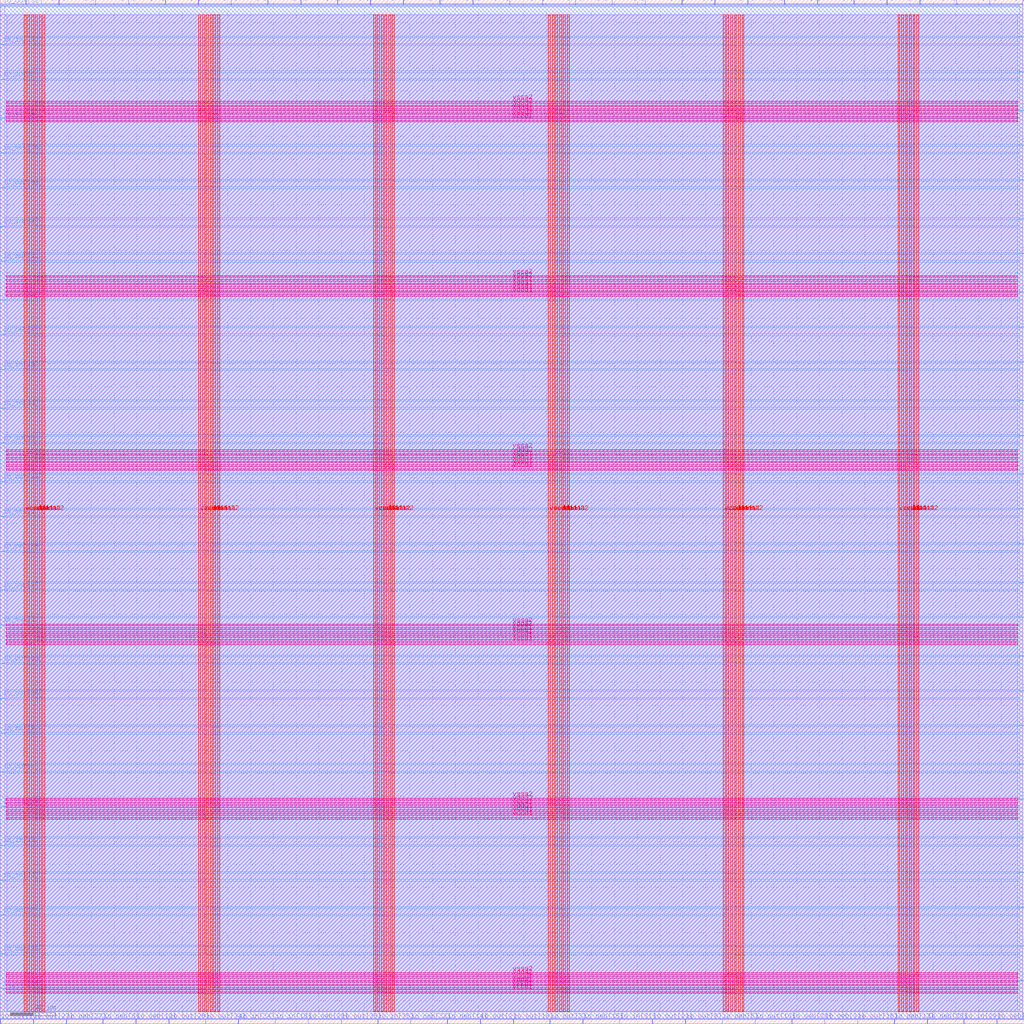
<source format=lef>
VERSION 5.7 ;
  NOWIREEXTENSIONATPIN ON ;
  DIVIDERCHAR "/" ;
  BUSBITCHARS "[]" ;
MACRO vajra_caravel_soc
  CLASS BLOCK ;
  FOREIGN vajra_caravel_soc ;
  ORIGIN 0.000 0.000 ;
  SIZE 900.000 BY 900.000 ;
  PIN io_in[0]
    DIRECTION INPUT ;
    USE SIGNAL ;
    PORT
      LAYER met3 ;
        RECT 896.000 867.040 900.000 867.640 ;
    END
  END io_in[0]
  PIN io_in[10]
    DIRECTION INPUT ;
    USE SIGNAL ;
    PORT
      LAYER met3 ;
        RECT 896.000 197.240 900.000 197.840 ;
    END
  END io_in[10]
  PIN io_in[11]
    DIRECTION INPUT ;
    USE SIGNAL ;
    PORT
      LAYER met2 ;
        RECT 112.790 896.000 113.070 900.000 ;
    END
  END io_in[11]
  PIN io_in[12]
    DIRECTION INPUT ;
    USE SIGNAL ;
    PORT
      LAYER met3 ;
        RECT 0.000 510.040 4.000 510.640 ;
    END
  END io_in[12]
  PIN io_in[13]
    DIRECTION INPUT ;
    USE SIGNAL ;
    PORT
      LAYER met2 ;
        RECT 808.310 896.000 808.590 900.000 ;
    END
  END io_in[13]
  PIN io_in[14]
    DIRECTION INPUT ;
    USE SIGNAL ;
    PORT
      LAYER met2 ;
        RECT 656.970 896.000 657.250 900.000 ;
    END
  END io_in[14]
  PIN io_in[15]
    DIRECTION INPUT ;
    USE SIGNAL ;
    PORT
      LAYER met3 ;
        RECT 0.000 574.640 4.000 575.240 ;
    END
  END io_in[15]
  PIN io_in[16]
    DIRECTION INPUT ;
    USE SIGNAL ;
    PORT
      LAYER met3 ;
        RECT 0.000 156.440 4.000 157.040 ;
    END
  END io_in[16]
  PIN io_in[17]
    DIRECTION INPUT ;
    USE SIGNAL ;
    PORT
      LAYER met2 ;
        RECT 325.310 896.000 325.590 900.000 ;
    END
  END io_in[17]
  PIN io_in[18]
    DIRECTION INPUT ;
    USE SIGNAL ;
    PORT
      LAYER met2 ;
        RECT 241.590 0.000 241.870 4.000 ;
    END
  END io_in[18]
  PIN io_in[19]
    DIRECTION INPUT ;
    USE SIGNAL ;
    PORT
      LAYER met3 ;
        RECT 0.000 125.840 4.000 126.440 ;
    END
  END io_in[19]
  PIN io_in[1]
    DIRECTION INPUT ;
    USE SIGNAL ;
    PORT
      LAYER met3 ;
        RECT 896.000 802.440 900.000 803.040 ;
    END
  END io_in[1]
  PIN io_in[20]
    DIRECTION INPUT ;
    USE SIGNAL ;
    PORT
      LAYER met3 ;
        RECT 896.000 3.440 900.000 4.040 ;
    END
  END io_in[20]
  PIN io_in[21]
    DIRECTION INPUT ;
    USE SIGNAL ;
    PORT
      LAYER met2 ;
        RECT 779.330 896.000 779.610 900.000 ;
    END
  END io_in[21]
  PIN io_in[22]
    DIRECTION INPUT ;
    USE SIGNAL ;
    PORT
      LAYER met3 ;
        RECT 0.000 635.840 4.000 636.440 ;
    END
  END io_in[22]
  PIN io_in[23]
    DIRECTION INPUT ;
    USE SIGNAL ;
    PORT
      LAYER met3 ;
        RECT 0.000 829.640 4.000 830.240 ;
    END
  END io_in[23]
  PIN io_in[24]
    DIRECTION INPUT ;
    USE SIGNAL ;
    PORT
      LAYER met3 ;
        RECT 896.000 387.640 900.000 388.240 ;
    END
  END io_in[24]
  PIN io_in[25]
    DIRECTION INPUT ;
    USE SIGNAL ;
    PORT
      LAYER met3 ;
        RECT 0.000 95.240 4.000 95.840 ;
    END
  END io_in[25]
  PIN io_in[26]
    DIRECTION INPUT ;
    USE SIGNAL ;
    PORT
      LAYER met3 ;
        RECT 0.000 860.240 4.000 860.840 ;
    END
  END io_in[26]
  PIN io_in[27]
    DIRECTION INPUT ;
    USE SIGNAL ;
    PORT
      LAYER met2 ;
        RECT 447.670 896.000 447.950 900.000 ;
    END
  END io_in[27]
  PIN io_in[28]
    DIRECTION INPUT ;
    USE SIGNAL ;
    PORT
      LAYER met3 ;
        RECT 896.000 836.440 900.000 837.040 ;
    END
  END io_in[28]
  PIN io_in[29]
    DIRECTION INPUT ;
    USE SIGNAL ;
    PORT
      LAYER met2 ;
        RECT 846.950 0.000 847.230 4.000 ;
    END
  END io_in[29]
  PIN io_in[2]
    DIRECTION INPUT ;
    USE SIGNAL ;
    PORT
      LAYER met3 ;
        RECT 896.000 261.840 900.000 262.440 ;
    END
  END io_in[2]
  PIN io_in[30]
    DIRECTION INPUT ;
    USE SIGNAL ;
    PORT
      LAYER met2 ;
        RECT 415.470 896.000 415.750 900.000 ;
    END
  END io_in[30]
  PIN io_in[31]
    DIRECTION INPUT ;
    USE SIGNAL ;
    PORT
      LAYER met2 ;
        RECT 544.270 0.000 544.550 4.000 ;
    END
  END io_in[31]
  PIN io_in[32]
    DIRECTION INPUT ;
    USE SIGNAL ;
    PORT
      LAYER met3 ;
        RECT 896.000 452.240 900.000 452.840 ;
    END
  END io_in[32]
  PIN io_in[33]
    DIRECTION INPUT ;
    USE SIGNAL ;
    PORT
      LAYER met3 ;
        RECT 0.000 540.640 4.000 541.240 ;
    END
  END io_in[33]
  PIN io_in[34]
    DIRECTION INPUT ;
    USE SIGNAL ;
    PORT
      LAYER met2 ;
        RECT 209.390 0.000 209.670 4.000 ;
    END
  END io_in[34]
  PIN io_in[35]
    DIRECTION INPUT ;
    USE SIGNAL ;
    PORT
      LAYER met2 ;
        RECT 331.750 0.000 332.030 4.000 ;
    END
  END io_in[35]
  PIN io_in[36]
    DIRECTION INPUT ;
    USE SIGNAL ;
    PORT
      LAYER met3 ;
        RECT 896.000 68.040 900.000 68.640 ;
    END
  END io_in[36]
  PIN io_in[37]
    DIRECTION INPUT ;
    USE SIGNAL ;
    PORT
      LAYER met3 ;
        RECT 0.000 700.440 4.000 701.040 ;
    END
  END io_in[37]
  PIN io_in[3]
    DIRECTION INPUT ;
    USE SIGNAL ;
    PORT
      LAYER met2 ;
        RECT 296.330 896.000 296.610 900.000 ;
    END
  END io_in[3]
  PIN io_in[4]
    DIRECTION INPUT ;
    USE SIGNAL ;
    PORT
      LAYER met3 ;
        RECT 896.000 292.440 900.000 293.040 ;
    END
  END io_in[4]
  PIN io_in[5]
    DIRECTION INPUT ;
    USE SIGNAL ;
    PORT
      LAYER met3 ;
        RECT 896.000 482.840 900.000 483.440 ;
    END
  END io_in[5]
  PIN io_in[6]
    DIRECTION INPUT ;
    USE SIGNAL ;
    PORT
      LAYER met2 ;
        RECT 505.630 896.000 505.910 900.000 ;
    END
  END io_in[6]
  PIN io_in[7]
    DIRECTION INPUT ;
    USE SIGNAL ;
    PORT
      LAYER met3 ;
        RECT 896.000 357.040 900.000 357.640 ;
    END
  END io_in[7]
  PIN io_in[8]
    DIRECTION INPUT ;
    USE SIGNAL ;
    PORT
      LAYER met2 ;
        RECT 537.830 896.000 538.110 900.000 ;
    END
  END io_in[8]
  PIN io_in[9]
    DIRECTION INPUT ;
    USE SIGNAL ;
    PORT
      LAYER met2 ;
        RECT 599.010 896.000 599.290 900.000 ;
    END
  END io_in[9]
  PIN io_oeb[0]
    DIRECTION OUTPUT TRISTATE ;
    USE SIGNAL ;
    PORT
      LAYER met2 ;
        RECT 718.150 896.000 718.430 900.000 ;
    END
  END io_oeb[0]
  PIN io_oeb[10]
    DIRECTION OUTPUT TRISTATE ;
    USE SIGNAL ;
    PORT
      LAYER met2 ;
        RECT 898.470 896.000 898.750 900.000 ;
    END
  END io_oeb[10]
  PIN io_oeb[11]
    DIRECTION OUTPUT TRISTATE ;
    USE SIGNAL ;
    PORT
      LAYER met3 ;
        RECT 896.000 741.240 900.000 741.840 ;
    END
  END io_oeb[11]
  PIN io_oeb[12]
    DIRECTION OUTPUT TRISTATE ;
    USE SIGNAL ;
    PORT
      LAYER met2 ;
        RECT 119.230 0.000 119.510 4.000 ;
    END
  END io_oeb[12]
  PIN io_oeb[13]
    DIRECTION OUTPUT TRISTATE ;
    USE SIGNAL ;
    PORT
      LAYER met2 ;
        RECT 173.970 896.000 174.250 900.000 ;
    END
  END io_oeb[13]
  PIN io_oeb[14]
    DIRECTION OUTPUT TRISTATE ;
    USE SIGNAL ;
    PORT
      LAYER met2 ;
        RECT 392.930 0.000 393.210 4.000 ;
    END
  END io_oeb[14]
  PIN io_oeb[15]
    DIRECTION OUTPUT TRISTATE ;
    USE SIGNAL ;
    PORT
      LAYER met2 ;
        RECT 512.070 0.000 512.350 4.000 ;
    END
  END io_oeb[15]
  PIN io_oeb[16]
    DIRECTION OUTPUT TRISTATE ;
    USE SIGNAL ;
    PORT
      LAYER met3 ;
        RECT 896.000 771.840 900.000 772.440 ;
    END
  END io_oeb[16]
  PIN io_oeb[17]
    DIRECTION OUTPUT TRISTATE ;
    USE SIGNAL ;
    PORT
      LAYER met2 ;
        RECT 785.770 0.000 786.050 4.000 ;
    END
  END io_oeb[17]
  PIN io_oeb[18]
    DIRECTION OUTPUT TRISTATE ;
    USE SIGNAL ;
    PORT
      LAYER met3 ;
        RECT 896.000 581.440 900.000 582.040 ;
    END
  END io_oeb[18]
  PIN io_oeb[19]
    DIRECTION OUTPUT TRISTATE ;
    USE SIGNAL ;
    PORT
      LAYER met2 ;
        RECT 386.490 896.000 386.770 900.000 ;
    END
  END io_oeb[19]
  PIN io_oeb[1]
    DIRECTION OUTPUT TRISTATE ;
    USE SIGNAL ;
    PORT
      LAYER met3 ;
        RECT 0.000 445.440 4.000 446.040 ;
    END
  END io_oeb[1]
  PIN io_oeb[20]
    DIRECTION OUTPUT TRISTATE ;
    USE SIGNAL ;
    PORT
      LAYER met2 ;
        RECT 235.150 896.000 235.430 900.000 ;
    END
  END io_oeb[20]
  PIN io_oeb[21]
    DIRECTION OUTPUT TRISTATE ;
    USE SIGNAL ;
    PORT
      LAYER met2 ;
        RECT 476.650 896.000 476.930 900.000 ;
    END
  END io_oeb[21]
  PIN io_oeb[22]
    DIRECTION OUTPUT TRISTATE ;
    USE SIGNAL ;
    PORT
      LAYER met2 ;
        RECT 695.610 0.000 695.890 4.000 ;
    END
  END io_oeb[22]
  PIN io_oeb[23]
    DIRECTION OUTPUT TRISTATE ;
    USE SIGNAL ;
    PORT
      LAYER met2 ;
        RECT 270.570 0.000 270.850 4.000 ;
    END
  END io_oeb[23]
  PIN io_oeb[24]
    DIRECTION OUTPUT TRISTATE ;
    USE SIGNAL ;
    PORT
      LAYER met3 ;
        RECT 896.000 227.840 900.000 228.440 ;
    END
  END io_oeb[24]
  PIN io_oeb[25]
    DIRECTION OUTPUT TRISTATE ;
    USE SIGNAL ;
    PORT
      LAYER met2 ;
        RECT 264.130 896.000 264.410 900.000 ;
    END
  END io_oeb[25]
  PIN io_oeb[26]
    DIRECTION OUTPUT TRISTATE ;
    USE SIGNAL ;
    PORT
      LAYER met3 ;
        RECT 896.000 612.040 900.000 612.640 ;
    END
  END io_oeb[26]
  PIN io_oeb[27]
    DIRECTION OUTPUT TRISTATE ;
    USE SIGNAL ;
    PORT
      LAYER met2 ;
        RECT 58.050 0.000 58.330 4.000 ;
    END
  END io_oeb[27]
  PIN io_oeb[28]
    DIRECTION OUTPUT TRISTATE ;
    USE SIGNAL ;
    PORT
      LAYER met2 ;
        RECT 814.750 0.000 815.030 4.000 ;
    END
  END io_oeb[28]
  PIN io_oeb[29]
    DIRECTION OUTPUT TRISTATE ;
    USE SIGNAL ;
    PORT
      LAYER met3 ;
        RECT 896.000 163.240 900.000 163.840 ;
    END
  END io_oeb[29]
  PIN io_oeb[2]
    DIRECTION OUTPUT TRISTATE ;
    USE SIGNAL ;
    PORT
      LAYER met2 ;
        RECT 869.490 896.000 869.770 900.000 ;
    END
  END io_oeb[2]
  PIN io_oeb[30]
    DIRECTION OUTPUT TRISTATE ;
    USE SIGNAL ;
    PORT
      LAYER met3 ;
        RECT 0.000 765.040 4.000 765.640 ;
    END
  END io_oeb[30]
  PIN io_oeb[31]
    DIRECTION OUTPUT TRISTATE ;
    USE SIGNAL ;
    PORT
      LAYER met2 ;
        RECT 724.590 0.000 724.870 4.000 ;
    END
  END io_oeb[31]
  PIN io_oeb[32]
    DIRECTION OUTPUT TRISTATE ;
    USE SIGNAL ;
    PORT
      LAYER met2 ;
        RECT 360.730 0.000 361.010 4.000 ;
    END
  END io_oeb[32]
  PIN io_oeb[33]
    DIRECTION OUTPUT TRISTATE ;
    USE SIGNAL ;
    PORT
      LAYER met3 ;
        RECT 0.000 734.440 4.000 735.040 ;
    END
  END io_oeb[33]
  PIN io_oeb[34]
    DIRECTION OUTPUT TRISTATE ;
    USE SIGNAL ;
    PORT
      LAYER met3 ;
        RECT 896.000 676.640 900.000 677.240 ;
    END
  END io_oeb[34]
  PIN io_oeb[35]
    DIRECTION OUTPUT TRISTATE ;
    USE SIGNAL ;
    PORT
      LAYER met3 ;
        RECT 0.000 414.840 4.000 415.440 ;
    END
  END io_oeb[35]
  PIN io_oeb[36]
    DIRECTION OUTPUT TRISTATE ;
    USE SIGNAL ;
    PORT
      LAYER met3 ;
        RECT 896.000 37.440 900.000 38.040 ;
    END
  END io_oeb[36]
  PIN io_oeb[37]
    DIRECTION OUTPUT TRISTATE ;
    USE SIGNAL ;
    PORT
      LAYER met2 ;
        RECT 22.630 896.000 22.910 900.000 ;
    END
  END io_oeb[37]
  PIN io_oeb[3]
    DIRECTION OUTPUT TRISTATE ;
    USE SIGNAL ;
    PORT
      LAYER met2 ;
        RECT 144.990 896.000 145.270 900.000 ;
    END
  END io_oeb[3]
  PIN io_oeb[4]
    DIRECTION OUTPUT TRISTATE ;
    USE SIGNAL ;
    PORT
      LAYER met3 ;
        RECT 0.000 605.240 4.000 605.840 ;
    END
  END io_oeb[4]
  PIN io_oeb[5]
    DIRECTION OUTPUT TRISTATE ;
    USE SIGNAL ;
    PORT
      LAYER met2 ;
        RECT 634.430 0.000 634.710 4.000 ;
    END
  END io_oeb[5]
  PIN io_oeb[6]
    DIRECTION OUTPUT TRISTATE ;
    USE SIGNAL ;
    PORT
      LAYER met2 ;
        RECT 90.250 0.000 90.530 4.000 ;
    END
  END io_oeb[6]
  PIN io_oeb[7]
    DIRECTION OUTPUT TRISTATE ;
    USE SIGNAL ;
    PORT
      LAYER met3 ;
        RECT 0.000 380.840 4.000 381.440 ;
    END
  END io_oeb[7]
  PIN io_oeb[8]
    DIRECTION OUTPUT TRISTATE ;
    USE SIGNAL ;
    PORT
      LAYER met2 ;
        RECT 875.930 0.000 876.210 4.000 ;
    END
  END io_oeb[8]
  PIN io_oeb[9]
    DIRECTION OUTPUT TRISTATE ;
    USE SIGNAL ;
    PORT
      LAYER met3 ;
        RECT 896.000 516.840 900.000 517.440 ;
    END
  END io_oeb[9]
  PIN io_out[0]
    DIRECTION OUTPUT TRISTATE ;
    USE SIGNAL ;
    PORT
      LAYER met3 ;
        RECT 896.000 323.040 900.000 323.640 ;
    END
  END io_out[0]
  PIN io_out[10]
    DIRECTION OUTPUT TRISTATE ;
    USE SIGNAL ;
    PORT
      LAYER met2 ;
        RECT 663.410 0.000 663.690 4.000 ;
    END
  END io_out[10]
  PIN io_out[11]
    DIRECTION OUTPUT TRISTATE ;
    USE SIGNAL ;
    PORT
      LAYER met3 ;
        RECT 0.000 669.840 4.000 670.440 ;
    END
  END io_out[11]
  PIN io_out[12]
    DIRECTION OUTPUT TRISTATE ;
    USE SIGNAL ;
    PORT
      LAYER met3 ;
        RECT 896.000 132.640 900.000 133.240 ;
    END
  END io_out[12]
  PIN io_out[13]
    DIRECTION OUTPUT TRISTATE ;
    USE SIGNAL ;
    PORT
      LAYER met3 ;
        RECT 0.000 476.040 4.000 476.640 ;
    END
  END io_out[13]
  PIN io_out[14]
    DIRECTION OUTPUT TRISTATE ;
    USE SIGNAL ;
    PORT
      LAYER met3 ;
        RECT 0.000 30.640 4.000 31.240 ;
    END
  END io_out[14]
  PIN io_out[15]
    DIRECTION OUTPUT TRISTATE ;
    USE SIGNAL ;
    PORT
      LAYER met3 ;
        RECT 896.000 642.640 900.000 643.240 ;
    END
  END io_out[15]
  PIN io_out[16]
    DIRECTION OUTPUT TRISTATE ;
    USE SIGNAL ;
    PORT
      LAYER met2 ;
        RECT 753.570 0.000 753.850 4.000 ;
    END
  END io_out[16]
  PIN io_out[17]
    DIRECTION OUTPUT TRISTATE ;
    USE SIGNAL ;
    PORT
      LAYER met3 ;
        RECT 896.000 707.240 900.000 707.840 ;
    END
  END io_out[17]
  PIN io_out[18]
    DIRECTION OUTPUT TRISTATE ;
    USE SIGNAL ;
    PORT
      LAYER met2 ;
        RECT 450.890 0.000 451.170 4.000 ;
    END
  END io_out[18]
  PIN io_out[19]
    DIRECTION OUTPUT TRISTATE ;
    USE SIGNAL ;
    PORT
      LAYER met3 ;
        RECT 0.000 190.440 4.000 191.040 ;
    END
  END io_out[19]
  PIN io_out[1]
    DIRECTION OUTPUT TRISTATE ;
    USE SIGNAL ;
    PORT
      LAYER met3 ;
        RECT 0.000 350.240 4.000 350.840 ;
    END
  END io_out[1]
  PIN io_out[20]
    DIRECTION OUTPUT TRISTATE ;
    USE SIGNAL ;
    PORT
      LAYER met2 ;
        RECT 0.090 0.000 0.370 4.000 ;
    END
  END io_out[20]
  PIN io_out[21]
    DIRECTION OUTPUT TRISTATE ;
    USE SIGNAL ;
    PORT
      LAYER met2 ;
        RECT 573.250 0.000 573.530 4.000 ;
    END
  END io_out[21]
  PIN io_out[22]
    DIRECTION OUTPUT TRISTATE ;
    USE SIGNAL ;
    PORT
      LAYER met2 ;
        RECT 83.810 896.000 84.090 900.000 ;
    END
  END io_out[22]
  PIN io_out[23]
    DIRECTION OUTPUT TRISTATE ;
    USE SIGNAL ;
    PORT
      LAYER met2 ;
        RECT 354.290 896.000 354.570 900.000 ;
    END
  END io_out[23]
  PIN io_out[24]
    DIRECTION OUTPUT TRISTATE ;
    USE SIGNAL ;
    PORT
      LAYER met2 ;
        RECT 627.990 896.000 628.270 900.000 ;
    END
  END io_out[24]
  PIN io_out[25]
    DIRECTION OUTPUT TRISTATE ;
    USE SIGNAL ;
    PORT
      LAYER met3 ;
        RECT 0.000 61.240 4.000 61.840 ;
    END
  END io_out[25]
  PIN io_out[26]
    DIRECTION OUTPUT TRISTATE ;
    USE SIGNAL ;
    PORT
      LAYER met2 ;
        RECT 148.210 0.000 148.490 4.000 ;
    END
  END io_out[26]
  PIN io_out[27]
    DIRECTION OUTPUT TRISTATE ;
    USE SIGNAL ;
    PORT
      LAYER met2 ;
        RECT 29.070 0.000 29.350 4.000 ;
    END
  END io_out[27]
  PIN io_out[28]
    DIRECTION OUTPUT TRISTATE ;
    USE SIGNAL ;
    PORT
      LAYER met2 ;
        RECT 750.350 896.000 750.630 900.000 ;
    END
  END io_out[28]
  PIN io_out[29]
    DIRECTION OUTPUT TRISTATE ;
    USE SIGNAL ;
    PORT
      LAYER met2 ;
        RECT 566.810 896.000 567.090 900.000 ;
    END
  END io_out[29]
  PIN io_out[2]
    DIRECTION OUTPUT TRISTATE ;
    USE SIGNAL ;
    PORT
      LAYER met2 ;
        RECT 421.910 0.000 422.190 4.000 ;
    END
  END io_out[2]
  PIN io_out[30]
    DIRECTION OUTPUT TRISTATE ;
    USE SIGNAL ;
    PORT
      LAYER met2 ;
        RECT 840.510 896.000 840.790 900.000 ;
    END
  END io_out[30]
  PIN io_out[31]
    DIRECTION OUTPUT TRISTATE ;
    USE SIGNAL ;
    PORT
      LAYER met3 ;
        RECT 896.000 102.040 900.000 102.640 ;
    END
  END io_out[31]
  PIN io_out[32]
    DIRECTION OUTPUT TRISTATE ;
    USE SIGNAL ;
    PORT
      LAYER met3 ;
        RECT 0.000 894.240 4.000 894.840 ;
    END
  END io_out[32]
  PIN io_out[33]
    DIRECTION OUTPUT TRISTATE ;
    USE SIGNAL ;
    PORT
      LAYER met3 ;
        RECT 0.000 316.240 4.000 316.840 ;
    END
  END io_out[33]
  PIN io_out[34]
    DIRECTION OUTPUT TRISTATE ;
    USE SIGNAL ;
    PORT
      LAYER met2 ;
        RECT 180.410 0.000 180.690 4.000 ;
    END
  END io_out[34]
  PIN io_out[35]
    DIRECTION OUTPUT TRISTATE ;
    USE SIGNAL ;
    PORT
      LAYER met2 ;
        RECT 299.550 0.000 299.830 4.000 ;
    END
  END io_out[35]
  PIN io_out[36]
    DIRECTION OUTPUT TRISTATE ;
    USE SIGNAL ;
    PORT
      LAYER met3 ;
        RECT 0.000 285.640 4.000 286.240 ;
    END
  END io_out[36]
  PIN io_out[37]
    DIRECTION OUTPUT TRISTATE ;
    USE SIGNAL ;
    PORT
      LAYER met3 ;
        RECT 896.000 547.440 900.000 548.040 ;
    END
  END io_out[37]
  PIN io_out[3]
    DIRECTION OUTPUT TRISTATE ;
    USE SIGNAL ;
    PORT
      LAYER met2 ;
        RECT 483.090 0.000 483.370 4.000 ;
    END
  END io_out[3]
  PIN io_out[4]
    DIRECTION OUTPUT TRISTATE ;
    USE SIGNAL ;
    PORT
      LAYER met3 ;
        RECT 0.000 221.040 4.000 221.640 ;
    END
  END io_out[4]
  PIN io_out[5]
    DIRECTION OUTPUT TRISTATE ;
    USE SIGNAL ;
    PORT
      LAYER met2 ;
        RECT 689.170 896.000 689.450 900.000 ;
    END
  END io_out[5]
  PIN io_out[6]
    DIRECTION OUTPUT TRISTATE ;
    USE SIGNAL ;
    PORT
      LAYER met2 ;
        RECT 51.610 896.000 51.890 900.000 ;
    END
  END io_out[6]
  PIN io_out[7]
    DIRECTION OUTPUT TRISTATE ;
    USE SIGNAL ;
    PORT
      LAYER met2 ;
        RECT 202.950 896.000 203.230 900.000 ;
    END
  END io_out[7]
  PIN io_out[8]
    DIRECTION OUTPUT TRISTATE ;
    USE SIGNAL ;
    PORT
      LAYER met2 ;
        RECT 602.230 0.000 602.510 4.000 ;
    END
  END io_out[8]
  PIN io_out[9]
    DIRECTION OUTPUT TRISTATE ;
    USE SIGNAL ;
    PORT
      LAYER met3 ;
        RECT 0.000 255.040 4.000 255.640 ;
    END
  END io_out[9]
  PIN vccd1
    DIRECTION INOUT ;
    USE POWER ;
    PORT
      LAYER met4 ;
        RECT 21.040 10.640 22.640 886.960 ;
    END
    PORT
      LAYER met4 ;
        RECT 174.640 10.640 176.240 886.960 ;
    END
    PORT
      LAYER met4 ;
        RECT 328.240 10.640 329.840 886.960 ;
    END
    PORT
      LAYER met4 ;
        RECT 481.840 10.640 483.440 886.960 ;
    END
    PORT
      LAYER met4 ;
        RECT 635.440 10.640 637.040 886.960 ;
    END
    PORT
      LAYER met4 ;
        RECT 789.040 10.640 790.640 886.960 ;
    END
    PORT
      LAYER met5 ;
        RECT 5.280 26.730 894.480 28.330 ;
    END
    PORT
      LAYER met5 ;
        RECT 5.280 179.910 894.480 181.510 ;
    END
    PORT
      LAYER met5 ;
        RECT 5.280 333.090 894.480 334.690 ;
    END
    PORT
      LAYER met5 ;
        RECT 5.280 486.270 894.480 487.870 ;
    END
    PORT
      LAYER met5 ;
        RECT 5.280 639.450 894.480 641.050 ;
    END
    PORT
      LAYER met5 ;
        RECT 5.280 792.630 894.480 794.230 ;
    END
  END vccd1
  PIN vdda1
    DIRECTION INOUT ;
    USE POWER ;
    PORT
      LAYER met4 ;
        RECT 27.640 10.640 29.240 886.960 ;
    END
    PORT
      LAYER met4 ;
        RECT 181.240 10.640 182.840 886.960 ;
    END
    PORT
      LAYER met4 ;
        RECT 334.840 10.640 336.440 886.960 ;
    END
    PORT
      LAYER met4 ;
        RECT 488.440 10.640 490.040 886.960 ;
    END
    PORT
      LAYER met4 ;
        RECT 642.040 10.640 643.640 886.960 ;
    END
    PORT
      LAYER met4 ;
        RECT 795.640 10.640 797.240 886.960 ;
    END
    PORT
      LAYER met5 ;
        RECT 5.280 33.330 894.480 34.930 ;
    END
    PORT
      LAYER met5 ;
        RECT 5.280 186.510 894.480 188.110 ;
    END
    PORT
      LAYER met5 ;
        RECT 5.280 339.690 894.480 341.290 ;
    END
    PORT
      LAYER met5 ;
        RECT 5.280 492.870 894.480 494.470 ;
    END
    PORT
      LAYER met5 ;
        RECT 5.280 646.050 894.480 647.650 ;
    END
    PORT
      LAYER met5 ;
        RECT 5.280 799.230 894.480 800.830 ;
    END
  END vdda1
  PIN vdda2
    DIRECTION INOUT ;
    USE POWER ;
    PORT
      LAYER met4 ;
        RECT 34.240 10.640 35.840 886.960 ;
    END
    PORT
      LAYER met4 ;
        RECT 187.840 10.640 189.440 886.960 ;
    END
    PORT
      LAYER met4 ;
        RECT 341.440 10.640 343.040 886.960 ;
    END
    PORT
      LAYER met4 ;
        RECT 495.040 10.640 496.640 886.960 ;
    END
    PORT
      LAYER met4 ;
        RECT 648.640 10.640 650.240 886.960 ;
    END
    PORT
      LAYER met4 ;
        RECT 802.240 10.640 803.840 886.960 ;
    END
    PORT
      LAYER met5 ;
        RECT 5.280 39.930 894.480 41.530 ;
    END
    PORT
      LAYER met5 ;
        RECT 5.280 193.110 894.480 194.710 ;
    END
    PORT
      LAYER met5 ;
        RECT 5.280 346.290 894.480 347.890 ;
    END
    PORT
      LAYER met5 ;
        RECT 5.280 499.470 894.480 501.070 ;
    END
    PORT
      LAYER met5 ;
        RECT 5.280 652.650 894.480 654.250 ;
    END
    PORT
      LAYER met5 ;
        RECT 5.280 805.830 894.480 807.430 ;
    END
  END vdda2
  PIN vssa1
    DIRECTION INOUT ;
    USE GROUND ;
    PORT
      LAYER met4 ;
        RECT 30.940 10.640 32.540 886.960 ;
    END
    PORT
      LAYER met4 ;
        RECT 184.540 10.640 186.140 886.960 ;
    END
    PORT
      LAYER met4 ;
        RECT 338.140 10.640 339.740 886.960 ;
    END
    PORT
      LAYER met4 ;
        RECT 491.740 10.640 493.340 886.960 ;
    END
    PORT
      LAYER met4 ;
        RECT 645.340 10.640 646.940 886.960 ;
    END
    PORT
      LAYER met4 ;
        RECT 798.940 10.640 800.540 886.960 ;
    END
    PORT
      LAYER met5 ;
        RECT 5.280 36.630 894.480 38.230 ;
    END
    PORT
      LAYER met5 ;
        RECT 5.280 189.810 894.480 191.410 ;
    END
    PORT
      LAYER met5 ;
        RECT 5.280 342.990 894.480 344.590 ;
    END
    PORT
      LAYER met5 ;
        RECT 5.280 496.170 894.480 497.770 ;
    END
    PORT
      LAYER met5 ;
        RECT 5.280 649.350 894.480 650.950 ;
    END
    PORT
      LAYER met5 ;
        RECT 5.280 802.530 894.480 804.130 ;
    END
  END vssa1
  PIN vssa2
    DIRECTION INOUT ;
    USE GROUND ;
    PORT
      LAYER met4 ;
        RECT 37.540 10.640 39.140 886.960 ;
    END
    PORT
      LAYER met4 ;
        RECT 191.140 10.640 192.740 886.960 ;
    END
    PORT
      LAYER met4 ;
        RECT 344.740 10.640 346.340 886.960 ;
    END
    PORT
      LAYER met4 ;
        RECT 498.340 10.640 499.940 886.960 ;
    END
    PORT
      LAYER met4 ;
        RECT 651.940 10.640 653.540 886.960 ;
    END
    PORT
      LAYER met4 ;
        RECT 805.540 10.640 807.140 886.960 ;
    END
    PORT
      LAYER met5 ;
        RECT 5.280 43.230 894.480 44.830 ;
    END
    PORT
      LAYER met5 ;
        RECT 5.280 196.410 894.480 198.010 ;
    END
    PORT
      LAYER met5 ;
        RECT 5.280 349.590 894.480 351.190 ;
    END
    PORT
      LAYER met5 ;
        RECT 5.280 502.770 894.480 504.370 ;
    END
    PORT
      LAYER met5 ;
        RECT 5.280 655.950 894.480 657.550 ;
    END
    PORT
      LAYER met5 ;
        RECT 5.280 809.130 894.480 810.730 ;
    END
  END vssa2
  PIN vssd1
    DIRECTION INOUT ;
    USE GROUND ;
    PORT
      LAYER met4 ;
        RECT 24.340 10.640 25.940 886.960 ;
    END
    PORT
      LAYER met4 ;
        RECT 177.940 10.640 179.540 886.960 ;
    END
    PORT
      LAYER met4 ;
        RECT 331.540 10.640 333.140 886.960 ;
    END
    PORT
      LAYER met4 ;
        RECT 485.140 10.640 486.740 886.960 ;
    END
    PORT
      LAYER met4 ;
        RECT 638.740 10.640 640.340 886.960 ;
    END
    PORT
      LAYER met4 ;
        RECT 792.340 10.640 793.940 886.960 ;
    END
    PORT
      LAYER met5 ;
        RECT 5.280 30.030 894.480 31.630 ;
    END
    PORT
      LAYER met5 ;
        RECT 5.280 183.210 894.480 184.810 ;
    END
    PORT
      LAYER met5 ;
        RECT 5.280 336.390 894.480 337.990 ;
    END
    PORT
      LAYER met5 ;
        RECT 5.280 489.570 894.480 491.170 ;
    END
    PORT
      LAYER met5 ;
        RECT 5.280 642.750 894.480 644.350 ;
    END
    PORT
      LAYER met5 ;
        RECT 5.280 795.930 894.480 797.530 ;
    END
  END vssd1
  PIN wb_clk_i
    DIRECTION INPUT ;
    USE SIGNAL ;
    PORT
      LAYER met3 ;
        RECT 0.000 795.640 4.000 796.240 ;
    END
  END wb_clk_i
  PIN wb_rst_i
    DIRECTION INPUT ;
    USE SIGNAL ;
    PORT
      LAYER met3 ;
        RECT 896.000 421.640 900.000 422.240 ;
    END
  END wb_rst_i
  OBS
      LAYER li1 ;
        RECT 5.520 10.795 894.240 886.805 ;
      LAYER met1 ;
        RECT 0.070 10.640 898.770 886.960 ;
      LAYER met2 ;
        RECT 0.100 895.720 22.350 896.650 ;
        RECT 23.190 895.720 51.330 896.650 ;
        RECT 52.170 895.720 83.530 896.650 ;
        RECT 84.370 895.720 112.510 896.650 ;
        RECT 113.350 895.720 144.710 896.650 ;
        RECT 145.550 895.720 173.690 896.650 ;
        RECT 174.530 895.720 202.670 896.650 ;
        RECT 203.510 895.720 234.870 896.650 ;
        RECT 235.710 895.720 263.850 896.650 ;
        RECT 264.690 895.720 296.050 896.650 ;
        RECT 296.890 895.720 325.030 896.650 ;
        RECT 325.870 895.720 354.010 896.650 ;
        RECT 354.850 895.720 386.210 896.650 ;
        RECT 387.050 895.720 415.190 896.650 ;
        RECT 416.030 895.720 447.390 896.650 ;
        RECT 448.230 895.720 476.370 896.650 ;
        RECT 477.210 895.720 505.350 896.650 ;
        RECT 506.190 895.720 537.550 896.650 ;
        RECT 538.390 895.720 566.530 896.650 ;
        RECT 567.370 895.720 598.730 896.650 ;
        RECT 599.570 895.720 627.710 896.650 ;
        RECT 628.550 895.720 656.690 896.650 ;
        RECT 657.530 895.720 688.890 896.650 ;
        RECT 689.730 895.720 717.870 896.650 ;
        RECT 718.710 895.720 750.070 896.650 ;
        RECT 750.910 895.720 779.050 896.650 ;
        RECT 779.890 895.720 808.030 896.650 ;
        RECT 808.870 895.720 840.230 896.650 ;
        RECT 841.070 895.720 869.210 896.650 ;
        RECT 870.050 895.720 898.190 896.650 ;
        RECT 0.100 4.280 898.740 895.720 ;
        RECT 0.650 4.000 28.790 4.280 ;
        RECT 29.630 4.000 57.770 4.280 ;
        RECT 58.610 4.000 89.970 4.280 ;
        RECT 90.810 4.000 118.950 4.280 ;
        RECT 119.790 4.000 147.930 4.280 ;
        RECT 148.770 4.000 180.130 4.280 ;
        RECT 180.970 4.000 209.110 4.280 ;
        RECT 209.950 4.000 241.310 4.280 ;
        RECT 242.150 4.000 270.290 4.280 ;
        RECT 271.130 4.000 299.270 4.280 ;
        RECT 300.110 4.000 331.470 4.280 ;
        RECT 332.310 4.000 360.450 4.280 ;
        RECT 361.290 4.000 392.650 4.280 ;
        RECT 393.490 4.000 421.630 4.280 ;
        RECT 422.470 4.000 450.610 4.280 ;
        RECT 451.450 4.000 482.810 4.280 ;
        RECT 483.650 4.000 511.790 4.280 ;
        RECT 512.630 4.000 543.990 4.280 ;
        RECT 544.830 4.000 572.970 4.280 ;
        RECT 573.810 4.000 601.950 4.280 ;
        RECT 602.790 4.000 634.150 4.280 ;
        RECT 634.990 4.000 663.130 4.280 ;
        RECT 663.970 4.000 695.330 4.280 ;
        RECT 696.170 4.000 724.310 4.280 ;
        RECT 725.150 4.000 753.290 4.280 ;
        RECT 754.130 4.000 785.490 4.280 ;
        RECT 786.330 4.000 814.470 4.280 ;
        RECT 815.310 4.000 846.670 4.280 ;
        RECT 847.510 4.000 875.650 4.280 ;
        RECT 876.490 4.000 898.740 4.280 ;
      LAYER met3 ;
        RECT 4.400 893.840 896.000 894.705 ;
        RECT 3.990 868.040 896.000 893.840 ;
        RECT 3.990 866.640 895.600 868.040 ;
        RECT 3.990 861.240 896.000 866.640 ;
        RECT 4.400 859.840 896.000 861.240 ;
        RECT 3.990 837.440 896.000 859.840 ;
        RECT 3.990 836.040 895.600 837.440 ;
        RECT 3.990 830.640 896.000 836.040 ;
        RECT 4.400 829.240 896.000 830.640 ;
        RECT 3.990 803.440 896.000 829.240 ;
        RECT 3.990 802.040 895.600 803.440 ;
        RECT 3.990 796.640 896.000 802.040 ;
        RECT 4.400 795.240 896.000 796.640 ;
        RECT 3.990 772.840 896.000 795.240 ;
        RECT 3.990 771.440 895.600 772.840 ;
        RECT 3.990 766.040 896.000 771.440 ;
        RECT 4.400 764.640 896.000 766.040 ;
        RECT 3.990 742.240 896.000 764.640 ;
        RECT 3.990 740.840 895.600 742.240 ;
        RECT 3.990 735.440 896.000 740.840 ;
        RECT 4.400 734.040 896.000 735.440 ;
        RECT 3.990 708.240 896.000 734.040 ;
        RECT 3.990 706.840 895.600 708.240 ;
        RECT 3.990 701.440 896.000 706.840 ;
        RECT 4.400 700.040 896.000 701.440 ;
        RECT 3.990 677.640 896.000 700.040 ;
        RECT 3.990 676.240 895.600 677.640 ;
        RECT 3.990 670.840 896.000 676.240 ;
        RECT 4.400 669.440 896.000 670.840 ;
        RECT 3.990 643.640 896.000 669.440 ;
        RECT 3.990 642.240 895.600 643.640 ;
        RECT 3.990 636.840 896.000 642.240 ;
        RECT 4.400 635.440 896.000 636.840 ;
        RECT 3.990 613.040 896.000 635.440 ;
        RECT 3.990 611.640 895.600 613.040 ;
        RECT 3.990 606.240 896.000 611.640 ;
        RECT 4.400 604.840 896.000 606.240 ;
        RECT 3.990 582.440 896.000 604.840 ;
        RECT 3.990 581.040 895.600 582.440 ;
        RECT 3.990 575.640 896.000 581.040 ;
        RECT 4.400 574.240 896.000 575.640 ;
        RECT 3.990 548.440 896.000 574.240 ;
        RECT 3.990 547.040 895.600 548.440 ;
        RECT 3.990 541.640 896.000 547.040 ;
        RECT 4.400 540.240 896.000 541.640 ;
        RECT 3.990 517.840 896.000 540.240 ;
        RECT 3.990 516.440 895.600 517.840 ;
        RECT 3.990 511.040 896.000 516.440 ;
        RECT 4.400 509.640 896.000 511.040 ;
        RECT 3.990 483.840 896.000 509.640 ;
        RECT 3.990 482.440 895.600 483.840 ;
        RECT 3.990 477.040 896.000 482.440 ;
        RECT 4.400 475.640 896.000 477.040 ;
        RECT 3.990 453.240 896.000 475.640 ;
        RECT 3.990 451.840 895.600 453.240 ;
        RECT 3.990 446.440 896.000 451.840 ;
        RECT 4.400 445.040 896.000 446.440 ;
        RECT 3.990 422.640 896.000 445.040 ;
        RECT 3.990 421.240 895.600 422.640 ;
        RECT 3.990 415.840 896.000 421.240 ;
        RECT 4.400 414.440 896.000 415.840 ;
        RECT 3.990 388.640 896.000 414.440 ;
        RECT 3.990 387.240 895.600 388.640 ;
        RECT 3.990 381.840 896.000 387.240 ;
        RECT 4.400 380.440 896.000 381.840 ;
        RECT 3.990 358.040 896.000 380.440 ;
        RECT 3.990 356.640 895.600 358.040 ;
        RECT 3.990 351.240 896.000 356.640 ;
        RECT 4.400 349.840 896.000 351.240 ;
        RECT 3.990 324.040 896.000 349.840 ;
        RECT 3.990 322.640 895.600 324.040 ;
        RECT 3.990 317.240 896.000 322.640 ;
        RECT 4.400 315.840 896.000 317.240 ;
        RECT 3.990 293.440 896.000 315.840 ;
        RECT 3.990 292.040 895.600 293.440 ;
        RECT 3.990 286.640 896.000 292.040 ;
        RECT 4.400 285.240 896.000 286.640 ;
        RECT 3.990 262.840 896.000 285.240 ;
        RECT 3.990 261.440 895.600 262.840 ;
        RECT 3.990 256.040 896.000 261.440 ;
        RECT 4.400 254.640 896.000 256.040 ;
        RECT 3.990 228.840 896.000 254.640 ;
        RECT 3.990 227.440 895.600 228.840 ;
        RECT 3.990 222.040 896.000 227.440 ;
        RECT 4.400 220.640 896.000 222.040 ;
        RECT 3.990 198.240 896.000 220.640 ;
        RECT 3.990 196.840 895.600 198.240 ;
        RECT 3.990 191.440 896.000 196.840 ;
        RECT 4.400 190.040 896.000 191.440 ;
        RECT 3.990 164.240 896.000 190.040 ;
        RECT 3.990 162.840 895.600 164.240 ;
        RECT 3.990 157.440 896.000 162.840 ;
        RECT 4.400 156.040 896.000 157.440 ;
        RECT 3.990 133.640 896.000 156.040 ;
        RECT 3.990 132.240 895.600 133.640 ;
        RECT 3.990 126.840 896.000 132.240 ;
        RECT 4.400 125.440 896.000 126.840 ;
        RECT 3.990 103.040 896.000 125.440 ;
        RECT 3.990 101.640 895.600 103.040 ;
        RECT 3.990 96.240 896.000 101.640 ;
        RECT 4.400 94.840 896.000 96.240 ;
        RECT 3.990 69.040 896.000 94.840 ;
        RECT 3.990 67.640 895.600 69.040 ;
        RECT 3.990 62.240 896.000 67.640 ;
        RECT 4.400 60.840 896.000 62.240 ;
        RECT 3.990 38.440 896.000 60.840 ;
        RECT 3.990 37.040 895.600 38.440 ;
        RECT 3.990 31.640 896.000 37.040 ;
        RECT 4.400 30.240 896.000 31.640 ;
        RECT 3.990 10.715 896.000 30.240 ;
  END
END vajra_caravel_soc
END LIBRARY


</source>
